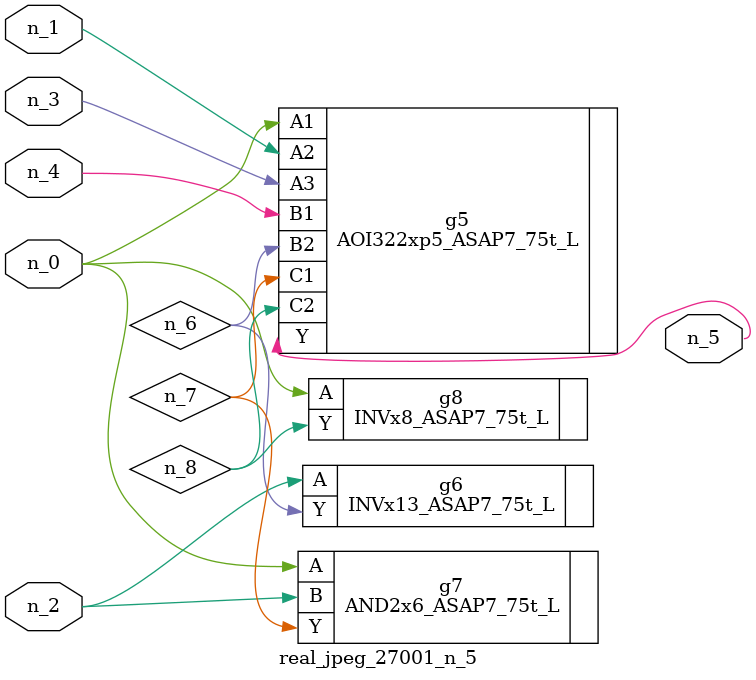
<source format=v>
module real_jpeg_27001_n_5 (n_4, n_0, n_1, n_2, n_3, n_5);

input n_4;
input n_0;
input n_1;
input n_2;
input n_3;

output n_5;

wire n_8;
wire n_6;
wire n_7;

AOI322xp5_ASAP7_75t_L g5 ( 
.A1(n_0),
.A2(n_1),
.A3(n_3),
.B1(n_4),
.B2(n_6),
.C1(n_7),
.C2(n_8),
.Y(n_5)
);

AND2x6_ASAP7_75t_L g7 ( 
.A(n_0),
.B(n_2),
.Y(n_7)
);

INVx8_ASAP7_75t_L g8 ( 
.A(n_0),
.Y(n_8)
);

INVx13_ASAP7_75t_L g6 ( 
.A(n_2),
.Y(n_6)
);


endmodule
</source>
